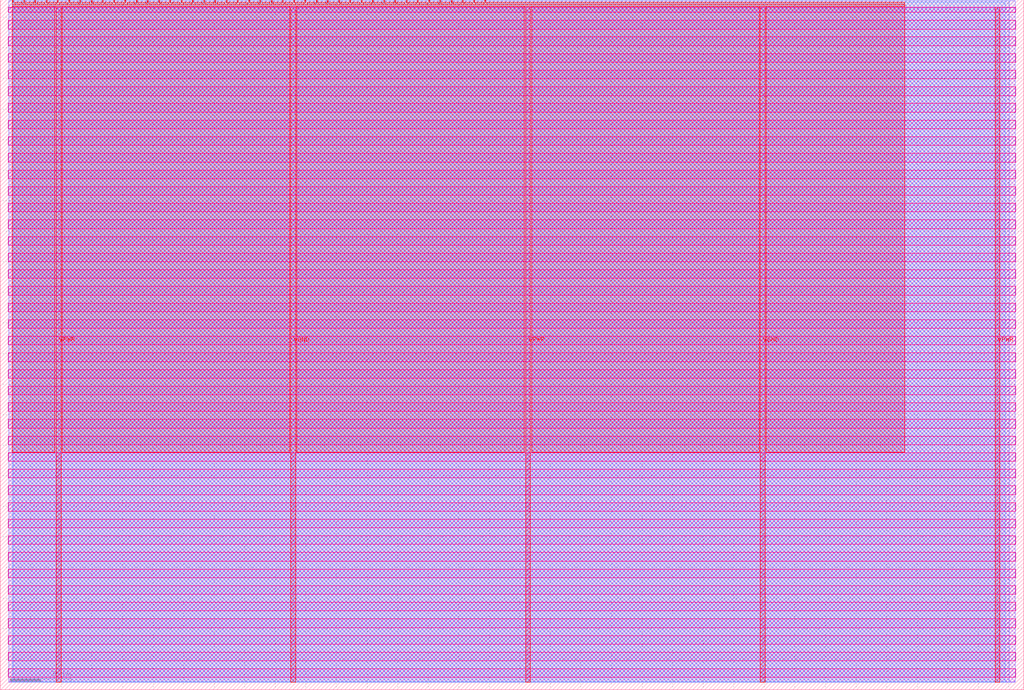
<source format=lef>
VERSION 5.7 ;
  NOWIREEXTENSIONATPIN ON ;
  DIVIDERCHAR "/" ;
  BUSBITCHARS "[]" ;
MACRO tt_um_xeniarose_sha256
  CLASS BLOCK ;
  FOREIGN tt_um_xeniarose_sha256 ;
  ORIGIN 0.000 0.000 ;
  SIZE 334.880 BY 225.760 ;
  PIN VGND
    DIRECTION INOUT ;
    USE GROUND ;
    PORT
      LAYER met4 ;
        RECT 95.080 2.480 96.680 223.280 ;
    END
    PORT
      LAYER met4 ;
        RECT 248.680 2.480 250.280 223.280 ;
    END
  END VGND
  PIN VPWR
    DIRECTION INOUT ;
    USE POWER ;
    PORT
      LAYER met4 ;
        RECT 18.280 2.480 19.880 223.280 ;
    END
    PORT
      LAYER met4 ;
        RECT 171.880 2.480 173.480 223.280 ;
    END
    PORT
      LAYER met4 ;
        RECT 325.480 2.480 327.080 223.280 ;
    END
  END VPWR
  PIN clk
    DIRECTION INPUT ;
    USE SIGNAL ;
    ANTENNAGATEAREA 0.852000 ;
    PORT
      LAYER met4 ;
        RECT 154.870 224.760 155.170 225.760 ;
    END
  END clk
  PIN ena
    DIRECTION INPUT ;
    USE SIGNAL ;
    PORT
      LAYER met4 ;
        RECT 158.550 224.760 158.850 225.760 ;
    END
  END ena
  PIN rst_n
    DIRECTION INPUT ;
    USE SIGNAL ;
    ANTENNAGATEAREA 0.213000 ;
    PORT
      LAYER met4 ;
        RECT 151.190 224.760 151.490 225.760 ;
    END
  END rst_n
  PIN ui_in[0]
    DIRECTION INPUT ;
    USE SIGNAL ;
    ANTENNAGATEAREA 0.159000 ;
    PORT
      LAYER met4 ;
        RECT 147.510 224.760 147.810 225.760 ;
    END
  END ui_in[0]
  PIN ui_in[1]
    DIRECTION INPUT ;
    USE SIGNAL ;
    ANTENNAGATEAREA 0.159000 ;
    PORT
      LAYER met4 ;
        RECT 143.830 224.760 144.130 225.760 ;
    END
  END ui_in[1]
  PIN ui_in[2]
    DIRECTION INPUT ;
    USE SIGNAL ;
    ANTENNAGATEAREA 0.159000 ;
    PORT
      LAYER met4 ;
        RECT 140.150 224.760 140.450 225.760 ;
    END
  END ui_in[2]
  PIN ui_in[3]
    DIRECTION INPUT ;
    USE SIGNAL ;
    ANTENNAGATEAREA 0.213000 ;
    PORT
      LAYER met4 ;
        RECT 136.470 224.760 136.770 225.760 ;
    END
  END ui_in[3]
  PIN ui_in[4]
    DIRECTION INPUT ;
    USE SIGNAL ;
    ANTENNAGATEAREA 0.213000 ;
    PORT
      LAYER met4 ;
        RECT 132.790 224.760 133.090 225.760 ;
    END
  END ui_in[4]
  PIN ui_in[5]
    DIRECTION INPUT ;
    USE SIGNAL ;
    ANTENNAGATEAREA 0.213000 ;
    PORT
      LAYER met4 ;
        RECT 129.110 224.760 129.410 225.760 ;
    END
  END ui_in[5]
  PIN ui_in[6]
    DIRECTION INPUT ;
    USE SIGNAL ;
    ANTENNAGATEAREA 0.196500 ;
    PORT
      LAYER met4 ;
        RECT 125.430 224.760 125.730 225.760 ;
    END
  END ui_in[6]
  PIN ui_in[7]
    DIRECTION INPUT ;
    USE SIGNAL ;
    ANTENNAGATEAREA 0.196500 ;
    PORT
      LAYER met4 ;
        RECT 121.750 224.760 122.050 225.760 ;
    END
  END ui_in[7]
  PIN uio_in[0]
    DIRECTION INPUT ;
    USE SIGNAL ;
    ANTENNAGATEAREA 0.247500 ;
    PORT
      LAYER met4 ;
        RECT 118.070 224.760 118.370 225.760 ;
    END
  END uio_in[0]
  PIN uio_in[1]
    DIRECTION INPUT ;
    USE SIGNAL ;
    ANTENNAGATEAREA 0.247500 ;
    PORT
      LAYER met4 ;
        RECT 114.390 224.760 114.690 225.760 ;
    END
  END uio_in[1]
  PIN uio_in[2]
    DIRECTION INPUT ;
    USE SIGNAL ;
    ANTENNAGATEAREA 0.247500 ;
    PORT
      LAYER met4 ;
        RECT 110.710 224.760 111.010 225.760 ;
    END
  END uio_in[2]
  PIN uio_in[3]
    DIRECTION INPUT ;
    USE SIGNAL ;
    ANTENNAGATEAREA 0.247500 ;
    PORT
      LAYER met4 ;
        RECT 107.030 224.760 107.330 225.760 ;
    END
  END uio_in[3]
  PIN uio_in[4]
    DIRECTION INPUT ;
    USE SIGNAL ;
    ANTENNAGATEAREA 0.247500 ;
    PORT
      LAYER met4 ;
        RECT 103.350 224.760 103.650 225.760 ;
    END
  END uio_in[4]
  PIN uio_in[5]
    DIRECTION INPUT ;
    USE SIGNAL ;
    ANTENNAGATEAREA 0.247500 ;
    PORT
      LAYER met4 ;
        RECT 99.670 224.760 99.970 225.760 ;
    END
  END uio_in[5]
  PIN uio_in[6]
    DIRECTION INPUT ;
    USE SIGNAL ;
    ANTENNAGATEAREA 0.247500 ;
    PORT
      LAYER met4 ;
        RECT 95.990 224.760 96.290 225.760 ;
    END
  END uio_in[6]
  PIN uio_in[7]
    DIRECTION INPUT ;
    USE SIGNAL ;
    ANTENNAGATEAREA 0.247500 ;
    PORT
      LAYER met4 ;
        RECT 92.310 224.760 92.610 225.760 ;
    END
  END uio_in[7]
  PIN uio_oe[0]
    DIRECTION OUTPUT TRISTATE ;
    USE SIGNAL ;
    ANTENNADIFFAREA 0.445500 ;
    PORT
      LAYER met4 ;
        RECT 29.750 224.760 30.050 225.760 ;
    END
  END uio_oe[0]
  PIN uio_oe[1]
    DIRECTION OUTPUT TRISTATE ;
    USE SIGNAL ;
    ANTENNADIFFAREA 0.445500 ;
    PORT
      LAYER met4 ;
        RECT 26.070 224.760 26.370 225.760 ;
    END
  END uio_oe[1]
  PIN uio_oe[2]
    DIRECTION OUTPUT TRISTATE ;
    USE SIGNAL ;
    ANTENNADIFFAREA 0.445500 ;
    PORT
      LAYER met4 ;
        RECT 22.390 224.760 22.690 225.760 ;
    END
  END uio_oe[2]
  PIN uio_oe[3]
    DIRECTION OUTPUT TRISTATE ;
    USE SIGNAL ;
    ANTENNADIFFAREA 0.445500 ;
    PORT
      LAYER met4 ;
        RECT 18.710 224.760 19.010 225.760 ;
    END
  END uio_oe[3]
  PIN uio_oe[4]
    DIRECTION OUTPUT TRISTATE ;
    USE SIGNAL ;
    ANTENNADIFFAREA 0.445500 ;
    PORT
      LAYER met4 ;
        RECT 15.030 224.760 15.330 225.760 ;
    END
  END uio_oe[4]
  PIN uio_oe[5]
    DIRECTION OUTPUT TRISTATE ;
    USE SIGNAL ;
    ANTENNADIFFAREA 0.445500 ;
    PORT
      LAYER met4 ;
        RECT 11.350 224.760 11.650 225.760 ;
    END
  END uio_oe[5]
  PIN uio_oe[6]
    DIRECTION OUTPUT TRISTATE ;
    USE SIGNAL ;
    ANTENNADIFFAREA 0.445500 ;
    PORT
      LAYER met4 ;
        RECT 7.670 224.760 7.970 225.760 ;
    END
  END uio_oe[6]
  PIN uio_oe[7]
    DIRECTION OUTPUT TRISTATE ;
    USE SIGNAL ;
    ANTENNADIFFAREA 0.445500 ;
    PORT
      LAYER met4 ;
        RECT 3.990 224.760 4.290 225.760 ;
    END
  END uio_oe[7]
  PIN uio_out[0]
    DIRECTION OUTPUT TRISTATE ;
    USE SIGNAL ;
    ANTENNAGATEAREA 0.247500 ;
    ANTENNADIFFAREA 0.891000 ;
    PORT
      LAYER met4 ;
        RECT 59.190 224.760 59.490 225.760 ;
    END
  END uio_out[0]
  PIN uio_out[1]
    DIRECTION OUTPUT TRISTATE ;
    USE SIGNAL ;
    ANTENNAGATEAREA 0.247500 ;
    ANTENNADIFFAREA 0.891000 ;
    PORT
      LAYER met4 ;
        RECT 55.510 224.760 55.810 225.760 ;
    END
  END uio_out[1]
  PIN uio_out[2]
    DIRECTION OUTPUT TRISTATE ;
    USE SIGNAL ;
    ANTENNAGATEAREA 0.247500 ;
    ANTENNADIFFAREA 0.891000 ;
    PORT
      LAYER met4 ;
        RECT 51.830 224.760 52.130 225.760 ;
    END
  END uio_out[2]
  PIN uio_out[3]
    DIRECTION OUTPUT TRISTATE ;
    USE SIGNAL ;
    ANTENNAGATEAREA 0.247500 ;
    ANTENNADIFFAREA 0.891000 ;
    PORT
      LAYER met4 ;
        RECT 48.150 224.760 48.450 225.760 ;
    END
  END uio_out[3]
  PIN uio_out[4]
    DIRECTION OUTPUT TRISTATE ;
    USE SIGNAL ;
    ANTENNAGATEAREA 0.247500 ;
    ANTENNADIFFAREA 0.891000 ;
    PORT
      LAYER met4 ;
        RECT 44.470 224.760 44.770 225.760 ;
    END
  END uio_out[4]
  PIN uio_out[5]
    DIRECTION OUTPUT TRISTATE ;
    USE SIGNAL ;
    ANTENNAGATEAREA 0.247500 ;
    ANTENNADIFFAREA 0.891000 ;
    PORT
      LAYER met4 ;
        RECT 40.790 224.760 41.090 225.760 ;
    END
  END uio_out[5]
  PIN uio_out[6]
    DIRECTION OUTPUT TRISTATE ;
    USE SIGNAL ;
    ANTENNAGATEAREA 0.247500 ;
    ANTENNADIFFAREA 0.891000 ;
    PORT
      LAYER met4 ;
        RECT 37.110 224.760 37.410 225.760 ;
    END
  END uio_out[6]
  PIN uio_out[7]
    DIRECTION OUTPUT TRISTATE ;
    USE SIGNAL ;
    ANTENNAGATEAREA 0.247500 ;
    ANTENNADIFFAREA 0.891000 ;
    PORT
      LAYER met4 ;
        RECT 33.430 224.760 33.730 225.760 ;
    END
  END uio_out[7]
  PIN uo_out[0]
    DIRECTION OUTPUT TRISTATE ;
    USE SIGNAL ;
    ANTENNADIFFAREA 0.445500 ;
    PORT
      LAYER met4 ;
        RECT 88.630 224.760 88.930 225.760 ;
    END
  END uo_out[0]
  PIN uo_out[1]
    DIRECTION OUTPUT TRISTATE ;
    USE SIGNAL ;
    ANTENNADIFFAREA 0.445500 ;
    PORT
      LAYER met4 ;
        RECT 84.950 224.760 85.250 225.760 ;
    END
  END uo_out[1]
  PIN uo_out[2]
    DIRECTION OUTPUT TRISTATE ;
    USE SIGNAL ;
    PORT
      LAYER met4 ;
        RECT 81.270 224.760 81.570 225.760 ;
    END
  END uo_out[2]
  PIN uo_out[3]
    DIRECTION OUTPUT TRISTATE ;
    USE SIGNAL ;
    PORT
      LAYER met4 ;
        RECT 77.590 224.760 77.890 225.760 ;
    END
  END uo_out[3]
  PIN uo_out[4]
    DIRECTION OUTPUT TRISTATE ;
    USE SIGNAL ;
    PORT
      LAYER met4 ;
        RECT 73.910 224.760 74.210 225.760 ;
    END
  END uo_out[4]
  PIN uo_out[5]
    DIRECTION OUTPUT TRISTATE ;
    USE SIGNAL ;
    PORT
      LAYER met4 ;
        RECT 70.230 224.760 70.530 225.760 ;
    END
  END uo_out[5]
  PIN uo_out[6]
    DIRECTION OUTPUT TRISTATE ;
    USE SIGNAL ;
    PORT
      LAYER met4 ;
        RECT 66.550 224.760 66.850 225.760 ;
    END
  END uo_out[6]
  PIN uo_out[7]
    DIRECTION OUTPUT TRISTATE ;
    USE SIGNAL ;
    PORT
      LAYER met4 ;
        RECT 62.870 224.760 63.170 225.760 ;
    END
  END uo_out[7]
  OBS
      LAYER nwell ;
        RECT 2.570 221.625 332.310 223.230 ;
        RECT 2.570 216.185 332.310 219.015 ;
        RECT 2.570 210.745 332.310 213.575 ;
        RECT 2.570 205.305 332.310 208.135 ;
        RECT 2.570 199.865 332.310 202.695 ;
        RECT 2.570 194.425 332.310 197.255 ;
        RECT 2.570 188.985 332.310 191.815 ;
        RECT 2.570 183.545 332.310 186.375 ;
        RECT 2.570 178.105 332.310 180.935 ;
        RECT 2.570 172.665 332.310 175.495 ;
        RECT 2.570 167.225 332.310 170.055 ;
        RECT 2.570 161.785 332.310 164.615 ;
        RECT 2.570 156.345 332.310 159.175 ;
        RECT 2.570 150.905 332.310 153.735 ;
        RECT 2.570 145.465 332.310 148.295 ;
        RECT 2.570 140.025 332.310 142.855 ;
        RECT 2.570 134.585 332.310 137.415 ;
        RECT 2.570 129.145 332.310 131.975 ;
        RECT 2.570 123.705 332.310 126.535 ;
        RECT 2.570 118.265 332.310 121.095 ;
        RECT 2.570 112.825 332.310 115.655 ;
        RECT 2.570 107.385 332.310 110.215 ;
        RECT 2.570 101.945 332.310 104.775 ;
        RECT 2.570 96.505 332.310 99.335 ;
        RECT 2.570 91.065 332.310 93.895 ;
        RECT 2.570 85.625 332.310 88.455 ;
        RECT 2.570 80.185 332.310 83.015 ;
        RECT 2.570 74.745 332.310 77.575 ;
        RECT 2.570 69.305 332.310 72.135 ;
        RECT 2.570 63.865 332.310 66.695 ;
        RECT 2.570 58.425 332.310 61.255 ;
        RECT 2.570 52.985 332.310 55.815 ;
        RECT 2.570 47.545 332.310 50.375 ;
        RECT 2.570 42.105 332.310 44.935 ;
        RECT 2.570 36.665 332.310 39.495 ;
        RECT 2.570 31.225 332.310 34.055 ;
        RECT 2.570 25.785 332.310 28.615 ;
        RECT 2.570 20.345 332.310 23.175 ;
        RECT 2.570 14.905 332.310 17.735 ;
        RECT 2.570 9.465 332.310 12.295 ;
        RECT 2.570 4.025 332.310 6.855 ;
      LAYER li1 ;
        RECT 2.760 2.635 332.120 223.125 ;
      LAYER met1 ;
        RECT 2.760 2.480 332.120 225.380 ;
      LAYER met2 ;
        RECT 4.240 2.535 330.180 225.410 ;
      LAYER met3 ;
        RECT 3.950 2.555 328.835 224.905 ;
      LAYER met4 ;
        RECT 4.690 224.360 7.270 224.905 ;
        RECT 8.370 224.360 10.950 224.905 ;
        RECT 12.050 224.360 14.630 224.905 ;
        RECT 15.730 224.360 18.310 224.905 ;
        RECT 19.410 224.360 21.990 224.905 ;
        RECT 23.090 224.360 25.670 224.905 ;
        RECT 26.770 224.360 29.350 224.905 ;
        RECT 30.450 224.360 33.030 224.905 ;
        RECT 34.130 224.360 36.710 224.905 ;
        RECT 37.810 224.360 40.390 224.905 ;
        RECT 41.490 224.360 44.070 224.905 ;
        RECT 45.170 224.360 47.750 224.905 ;
        RECT 48.850 224.360 51.430 224.905 ;
        RECT 52.530 224.360 55.110 224.905 ;
        RECT 56.210 224.360 58.790 224.905 ;
        RECT 59.890 224.360 62.470 224.905 ;
        RECT 63.570 224.360 66.150 224.905 ;
        RECT 67.250 224.360 69.830 224.905 ;
        RECT 70.930 224.360 73.510 224.905 ;
        RECT 74.610 224.360 77.190 224.905 ;
        RECT 78.290 224.360 80.870 224.905 ;
        RECT 81.970 224.360 84.550 224.905 ;
        RECT 85.650 224.360 88.230 224.905 ;
        RECT 89.330 224.360 91.910 224.905 ;
        RECT 93.010 224.360 95.590 224.905 ;
        RECT 96.690 224.360 99.270 224.905 ;
        RECT 100.370 224.360 102.950 224.905 ;
        RECT 104.050 224.360 106.630 224.905 ;
        RECT 107.730 224.360 110.310 224.905 ;
        RECT 111.410 224.360 113.990 224.905 ;
        RECT 115.090 224.360 117.670 224.905 ;
        RECT 118.770 224.360 121.350 224.905 ;
        RECT 122.450 224.360 125.030 224.905 ;
        RECT 126.130 224.360 128.710 224.905 ;
        RECT 129.810 224.360 132.390 224.905 ;
        RECT 133.490 224.360 136.070 224.905 ;
        RECT 137.170 224.360 139.750 224.905 ;
        RECT 140.850 224.360 143.430 224.905 ;
        RECT 144.530 224.360 147.110 224.905 ;
        RECT 148.210 224.360 150.790 224.905 ;
        RECT 151.890 224.360 154.470 224.905 ;
        RECT 155.570 224.360 158.150 224.905 ;
        RECT 159.250 224.360 295.945 224.905 ;
        RECT 3.975 223.680 295.945 224.360 ;
        RECT 3.975 77.695 17.880 223.680 ;
        RECT 20.280 77.695 94.680 223.680 ;
        RECT 97.080 77.695 171.480 223.680 ;
        RECT 173.880 77.695 248.280 223.680 ;
        RECT 250.680 77.695 295.945 223.680 ;
  END
END tt_um_xeniarose_sha256
END LIBRARY


</source>
